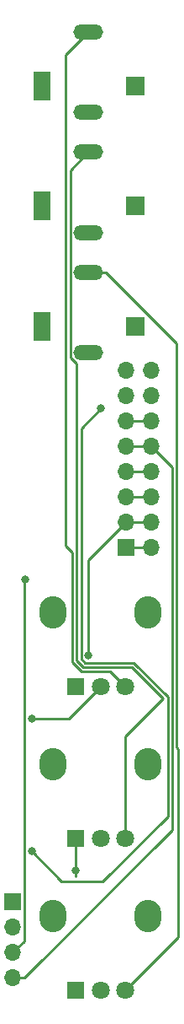
<source format=gbr>
%TF.GenerationSoftware,KiCad,Pcbnew,(5.1.8)-1*%
%TF.CreationDate,2021-01-03T22:56:05-05:00*%
%TF.ProjectId,LedController1,4c656443-6f6e-4747-926f-6c6c6572312e,rev?*%
%TF.SameCoordinates,Original*%
%TF.FileFunction,Copper,L1,Top*%
%TF.FilePolarity,Positive*%
%FSLAX46Y46*%
G04 Gerber Fmt 4.6, Leading zero omitted, Abs format (unit mm)*
G04 Created by KiCad (PCBNEW (5.1.8)-1) date 2021-01-03 22:56:05*
%MOMM*%
%LPD*%
G01*
G04 APERTURE LIST*
%TA.AperFunction,ComponentPad*%
%ADD10O,1.700000X1.700000*%
%TD*%
%TA.AperFunction,ComponentPad*%
%ADD11R,1.700000X1.700000*%
%TD*%
%TA.AperFunction,ComponentPad*%
%ADD12R,1.750000X3.000000*%
%TD*%
%TA.AperFunction,ComponentPad*%
%ADD13R,1.850000X1.850000*%
%TD*%
%TA.AperFunction,ComponentPad*%
%ADD14O,3.000000X1.524000*%
%TD*%
%TA.AperFunction,ComponentPad*%
%ADD15O,2.720000X3.240000*%
%TD*%
%TA.AperFunction,ComponentPad*%
%ADD16C,1.800000*%
%TD*%
%TA.AperFunction,ComponentPad*%
%ADD17R,1.800000X1.800000*%
%TD*%
%TA.AperFunction,ViaPad*%
%ADD18C,0.800000*%
%TD*%
%TA.AperFunction,Conductor*%
%ADD19C,0.250000*%
%TD*%
G04 APERTURE END LIST*
D10*
%TO.P,J5,4*%
%TO.N,+12V*%
X2540000Y-96520000D03*
%TO.P,J5,3*%
%TO.N,Net-(J5-Pad3)*%
X2540000Y-93980000D03*
%TO.P,J5,2*%
%TO.N,Net-(J5-Pad2)*%
X2540000Y-91440000D03*
D11*
%TO.P,J5,1*%
%TO.N,Net-(J5-Pad1)*%
X2540000Y-88900000D03*
%TD*%
D10*
%TO.P,J4,16*%
%TO.N,N/C*%
X16510000Y-35560000D03*
%TO.P,J4,15*%
X13970000Y-35560000D03*
%TO.P,J4,14*%
X16510000Y-38100000D03*
%TO.P,J4,13*%
X13970000Y-38100000D03*
%TO.P,J4,12*%
%TO.N,+5V*%
X16510000Y-40640000D03*
%TO.P,J4,11*%
X13970000Y-40640000D03*
%TO.P,J4,10*%
%TO.N,+12V*%
X16510000Y-43180000D03*
%TO.P,J4,9*%
X13970000Y-43180000D03*
%TO.P,J4,8*%
%TO.N,GND*%
X16510000Y-45720000D03*
%TO.P,J4,7*%
X13970000Y-45720000D03*
%TO.P,J4,6*%
X16510000Y-48260000D03*
%TO.P,J4,5*%
X13970000Y-48260000D03*
%TO.P,J4,4*%
X16510000Y-50800000D03*
%TO.P,J4,3*%
X13970000Y-50800000D03*
%TO.P,J4,2*%
%TO.N,-12V*%
X16510000Y-53340000D03*
D11*
%TO.P,J4,1*%
X13970000Y-53340000D03*
%TD*%
D12*
%TO.P,J3,1*%
%TO.N,N/C*%
X5460000Y-31080000D03*
D13*
X14860000Y-31080000D03*
D14*
%TO.P,J3,S*%
%TO.N,GND*%
X10160000Y-33780000D03*
%TO.P,J3,T*%
%TO.N,Net-(J3-PadT)*%
X10160000Y-25680000D03*
%TD*%
D12*
%TO.P,J2,1*%
%TO.N,N/C*%
X5460000Y-19015000D03*
D13*
X14860000Y-19015000D03*
D14*
%TO.P,J2,S*%
%TO.N,GND*%
X10160000Y-21715000D03*
%TO.P,J2,T*%
%TO.N,Net-(J2-PadT)*%
X10160000Y-13615000D03*
%TD*%
D12*
%TO.P,J1,1*%
%TO.N,N/C*%
X5460000Y-6950000D03*
D13*
X14860000Y-6950000D03*
D14*
%TO.P,J1,S*%
%TO.N,GND*%
X10160000Y-9650000D03*
%TO.P,J1,T*%
%TO.N,Net-(J1-PadT)*%
X10160000Y-1550000D03*
%TD*%
D15*
%TO.P,RV3,*%
%TO.N,*%
X6590000Y-90290000D03*
X16190000Y-90290000D03*
D16*
%TO.P,RV3,3*%
%TO.N,Net-(J3-PadT)*%
X13890000Y-97790000D03*
%TO.P,RV3,2*%
%TO.N,/sheet5FE67A34/Signal*%
X11390000Y-97790000D03*
D17*
%TO.P,RV3,1*%
%TO.N,GND*%
X8890000Y-97790000D03*
%TD*%
D15*
%TO.P,RV2,*%
%TO.N,*%
X6590000Y-75050000D03*
X16190000Y-75050000D03*
D16*
%TO.P,RV2,3*%
%TO.N,Net-(J2-PadT)*%
X13890000Y-82550000D03*
%TO.P,RV2,2*%
%TO.N,/sheet5FE679DC/Signal*%
X11390000Y-82550000D03*
D17*
%TO.P,RV2,1*%
%TO.N,GND*%
X8890000Y-82550000D03*
%TD*%
D15*
%TO.P,RV1,*%
%TO.N,*%
X6590000Y-59810000D03*
X16190000Y-59810000D03*
D16*
%TO.P,RV1,3*%
%TO.N,Net-(J1-PadT)*%
X13890000Y-67310000D03*
%TO.P,RV1,2*%
%TO.N,/InputSignal/Signal*%
X11390000Y-67310000D03*
D17*
%TO.P,RV1,1*%
%TO.N,GND*%
X8890000Y-67310000D03*
%TD*%
D18*
%TO.N,/InputSignal/Signal*%
X4445000Y-70485000D03*
%TO.N,GND*%
X10160000Y-64135000D03*
X8890000Y-85725000D03*
%TO.N,Net-(J5-Pad3)*%
X3830021Y-56514992D03*
%TO.N,Net-(J5-Pad1)*%
X11430000Y-39370000D03*
X4445000Y-83820000D03*
%TD*%
D19*
%TO.N,/InputSignal/Signal*%
X8215000Y-70485000D02*
X11390000Y-67310000D01*
X4445000Y-70485000D02*
X8215000Y-70485000D01*
%TO.N,Net-(J1-PadT)*%
X7884979Y-3825021D02*
X7884979Y-53125812D01*
X12340024Y-65760024D02*
X13890000Y-67310000D01*
X10160000Y-1550000D02*
X7884979Y-3825021D01*
X7884979Y-53125812D02*
X8534976Y-53775809D01*
X8534976Y-53775809D02*
X8534976Y-64855802D01*
X9439198Y-65760024D02*
X12340024Y-65760024D01*
X8534976Y-64855802D02*
X9439198Y-65760024D01*
%TO.N,-12V*%
X13970000Y-53340000D02*
X16510000Y-53340000D01*
%TO.N,GND*%
X13970000Y-45720000D02*
X16510000Y-45720000D01*
X13970000Y-48260000D02*
X16510000Y-48260000D01*
X16510000Y-50800000D02*
X13970000Y-50800000D01*
X13970000Y-50800000D02*
X10160000Y-54610000D01*
X10160000Y-54610000D02*
X10160000Y-64135000D01*
X8890000Y-86360000D02*
X8890000Y-85725000D01*
X8890000Y-82550000D02*
X8890000Y-85725000D01*
%TO.N,Net-(J2-PadT)*%
X10160000Y-13615000D02*
X8334990Y-15440010D01*
X8984987Y-64669402D02*
X9625598Y-65310013D01*
X8334990Y-34230253D02*
X8984987Y-34880250D01*
X9625598Y-65310013D02*
X14511424Y-65310013D01*
X13890000Y-72308523D02*
X13890000Y-82550000D01*
X14511424Y-65310013D02*
X17699967Y-68498556D01*
X17699967Y-68498556D02*
X13890000Y-72308523D01*
X8984987Y-34880250D02*
X8984987Y-64669402D01*
X8334990Y-15440010D02*
X8334990Y-34230253D01*
%TO.N,Net-(J3-PadT)*%
X11910000Y-25680000D02*
X19050000Y-32820000D01*
X10160000Y-25680000D02*
X11910000Y-25680000D01*
X19225043Y-92454957D02*
X13890000Y-97790000D01*
X19050000Y-73357804D02*
X19225043Y-73532847D01*
X19050000Y-32820000D02*
X19050000Y-73357804D01*
X19225043Y-73532847D02*
X19225043Y-92454957D01*
%TO.N,+5V*%
X13970000Y-40640000D02*
X16510000Y-40640000D01*
%TO.N,+12V*%
X13970000Y-43180000D02*
X16510000Y-43180000D01*
X18599989Y-45269989D02*
X18599989Y-81662092D01*
X3742081Y-96520000D02*
X2540000Y-96520000D01*
X18599989Y-81662092D02*
X3742081Y-96520000D01*
X16510000Y-43180000D02*
X18599989Y-45269989D01*
%TO.N,Net-(J5-Pad3)*%
X3715001Y-56630012D02*
X3830021Y-56514992D01*
X3715001Y-92804999D02*
X3715001Y-56630012D01*
X2540000Y-93980000D02*
X3715001Y-92804999D01*
%TO.N,Net-(J5-Pad1)*%
X9434998Y-41365002D02*
X9434998Y-64483002D01*
X9434998Y-64483002D02*
X9811998Y-64860002D01*
X11430000Y-39370000D02*
X9434998Y-41365002D01*
X18149978Y-68312157D02*
X18149978Y-80276432D01*
X18149978Y-80276432D02*
X11616399Y-86810011D01*
X14697823Y-64860002D02*
X18149978Y-68312157D01*
X11616399Y-86810011D02*
X7435011Y-86810011D01*
X9811998Y-64860002D02*
X14697823Y-64860002D01*
X7435011Y-86810011D02*
X4445000Y-83820000D01*
%TD*%
M02*

</source>
